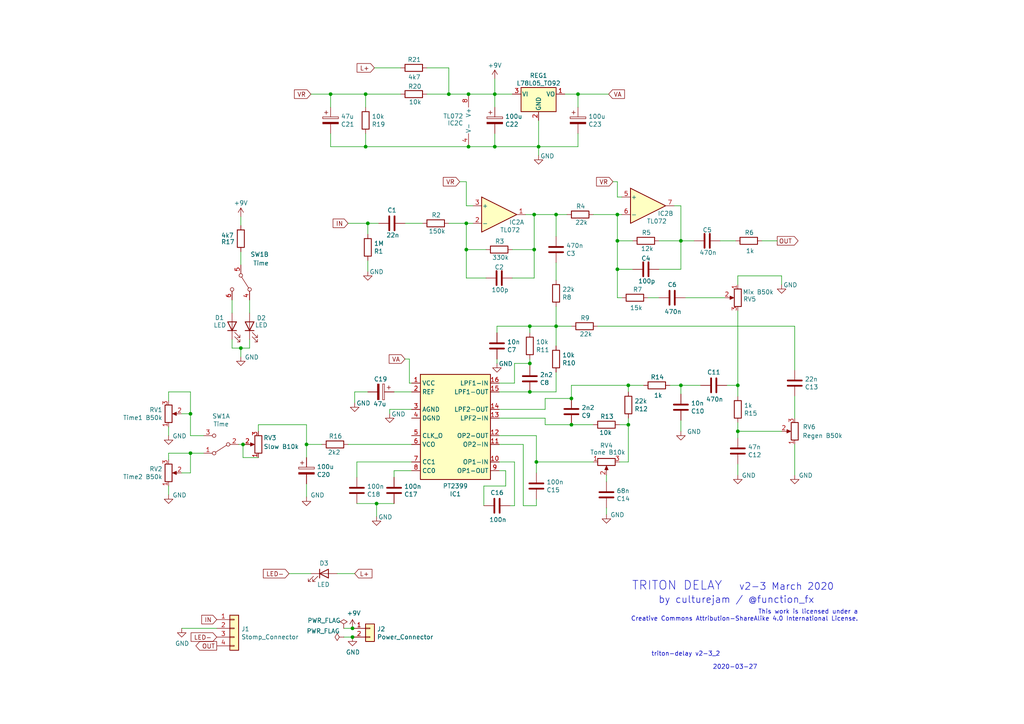
<source format=kicad_sch>
(kicad_sch (version 20211123) (generator eeschema)
  (paper "A4")
  (lib_symbols
    (symbol "Amplifier_Operational:TL072" (pin_names (offset 0.127))
      (property "Reference" "U" (at 0 5.08 0))
      (property "Value" "TL072" (at 0 -5.08 0))
      (symbol "TL072_1_1"
        (polyline (pts (xy -5.08 5.08) (xy 5.08 0) (xy -5.08 -5.08) (xy -5.08 5.08)) (stroke (width 0.254)) (fill (type background)))
        (pin output line (at 7.62 0 180) (length 2.54) (name "~") (number "1"))
        (pin input line (at -7.62 -2.54 0) (length 2.54) (name "-") (number "2"))
        (pin input line (at -7.62 2.54 0) (length 2.54) (name "+") (number "3"))
      )
      (symbol "TL072_2_1"
        (polyline (pts (xy -5.08 5.08) (xy 5.08 0) (xy -5.08 -5.08) (xy -5.08 5.08)) (stroke (width 0.254)) (fill (type background)))
        (pin input line (at -7.62 2.54 0) (length 2.54) (name "+") (number "5"))
        (pin input line (at -7.62 -2.54 0) (length 2.54) (name "-") (number "6"))
        (pin output line (at 7.62 0 180) (length 2.54) (name "~") (number "7"))
      )
      (symbol "TL072_3_1"
        (pin power_in line (at -2.54 -7.62 90) (length 3.81) (name "V-") (number "4"))
        (pin power_in line (at -2.54 7.62 270) (length 3.81) (name "V+") (number "8"))
      )
    )
    (symbol "Audio:PT2399"
      (property "Reference" "U" (at 0 17.78 0))
      (property "Value" "PT2399" (at 0 -17.78 0))
      (symbol "PT2399_0_1"
        (rectangle (start -10.16 15.24) (end 10.16 -15.24) (stroke (width 0.254)) (fill (type background)))
      )
      (symbol "PT2399_1_1"
        (pin power_in line (at -12.7 12.7 0) (length 2.54) (name "VCC") (number "1"))
        (pin input line (at 12.7 -10.16 180) (length 2.54) (name "OP1-IN") (number "10"))
        (pin input line (at 12.7 -5.08 180) (length 2.54) (name "OP2-IN") (number "11"))
        (pin output line (at 12.7 -2.54 180) (length 2.54) (name "OP2-OUT") (number "12"))
        (pin input line (at 12.7 2.54 180) (length 2.54) (name "LPF2-IN") (number "13"))
        (pin output line (at 12.7 5.08 180) (length 2.54) (name "LPF2-OUT") (number "14"))
        (pin output line (at 12.7 10.16 180) (length 2.54) (name "LPF1-OUT") (number "15"))
        (pin input line (at 12.7 12.7 180) (length 2.54) (name "LPF1-IN") (number "16"))
        (pin passive line (at -12.7 10.16 0) (length 2.54) (name "REF") (number "2"))
        (pin power_in line (at -12.7 5.08 0) (length 2.54) (name "AGND") (number "3"))
        (pin power_in line (at -12.7 2.54 0) (length 2.54) (name "DGND") (number "4"))
        (pin passive line (at -12.7 -2.54 0) (length 2.54) (name "CLK_O") (number "5"))
        (pin passive line (at -12.7 -5.08 0) (length 2.54) (name "VCO") (number "6"))
        (pin passive line (at -12.7 -10.16 0) (length 2.54) (name "CC1") (number "7"))
        (pin passive line (at -12.7 -12.7 0) (length 2.54) (name "CC0") (number "8"))
        (pin output line (at 12.7 -12.7 180) (length 2.54) (name "OP1-OUT") (number "9"))
      )
    )
    (symbol "Device:C" (pin_numbers hide) (pin_names (offset 0.254))
      (property "Reference" "C" (at 0.635 2.54 0))
      (property "Value" "C" (at 0.635 -2.54 0))
      (symbol "C_0_1"
        (polyline (pts (xy -2.032 -0.762) (xy 2.032 -0.762)) (stroke (width 0.508)))
        (polyline (pts (xy -2.032 0.762) (xy 2.032 0.762)) (stroke (width 0.508)))
      )
      (symbol "C_1_1"
        (pin passive line (at 0 3.81 270) (length 2.794) (name "~") (number "1"))
        (pin passive line (at 0 -3.81 90) (length 2.794) (name "~") (number "2"))
      )
    )
    (symbol "Device:CP" (pin_numbers hide) (pin_names (offset 0.254))
      (property "Reference" "C" (at 0.635 2.54 0))
      (property "Value" "Device_CP" (at 0.635 -2.54 0))
      (symbol "CP_0_1"
        (rectangle (start -2.286 0.508) (end 2.286 1.016))
        (polyline (pts (xy -1.778 2.286) (xy -0.762 2.286)))
        (polyline (pts (xy -1.27 2.794) (xy -1.27 1.778)))
        (rectangle (start 2.286 -0.508) (end -2.286 -1.016) (fill (type outline)))
      )
      (symbol "CP_1_1"
        (pin passive line (at 0 3.81 270) (length 2.794) (name "~") (number "1"))
        (pin passive line (at 0 -3.81 90) (length 2.794) (name "~") (number "2"))
      )
    )
    (symbol "Device:LED" (pin_numbers hide) (pin_names (offset 1.016) hide)
      (property "Reference" "D" (at 0 2.54 0))
      (property "Value" "LED" (at 0 -2.54 0))
      (symbol "LED_0_1"
        (polyline (pts (xy -1.27 -1.27) (xy -1.27 1.27)) (stroke (width 0.254)))
        (polyline (pts (xy -1.27 0) (xy 1.27 0)))
        (polyline (pts (xy 1.27 -1.27) (xy 1.27 1.27) (xy -1.27 0) (xy 1.27 -1.27)) (stroke (width 0.254)))
        (polyline (pts (xy -3.048 -0.762) (xy -4.572 -2.286) (xy -3.81 -2.286) (xy -4.572 -2.286) (xy -4.572 -1.524)))
        (polyline (pts (xy -1.778 -0.762) (xy -3.302 -2.286) (xy -2.54 -2.286) (xy -3.302 -2.286) (xy -3.302 -1.524)))
      )
      (symbol "LED_1_1"
        (pin passive line (at -3.81 0 0) (length 2.54) (name "K") (number "1"))
        (pin passive line (at 3.81 0 180) (length 2.54) (name "A") (number "2"))
      )
    )
    (symbol "Device:R" (pin_numbers hide) (pin_names (offset 0))
      (property "Reference" "R" (at 2.032 0 90))
      (property "Value" "R" (at 0 0 90))
      (symbol "R_0_1"
        (rectangle (start -1.016 -2.54) (end 1.016 2.54) (stroke (width 0.254)))
      )
      (symbol "R_1_1"
        (pin passive line (at 0 3.81 270) (length 1.27) (name "~") (number "1"))
        (pin passive line (at 0 -3.81 90) (length 1.27) (name "~") (number "2"))
      )
    )
    (symbol "Device:R_POT" (pin_names (offset 1.016) hide)
      (property "Reference" "RV" (at -4.445 0 90))
      (property "Value" "Device_R_POT" (at -2.54 0 90))
      (symbol "R_POT_0_1"
        (polyline (pts (xy 2.54 0) (xy 1.524 0)))
        (polyline (pts (xy 1.143 0) (xy 2.286 0.508) (xy 2.286 -0.508) (xy 1.143 0)) (fill (type outline)))
        (rectangle (start 1.016 2.54) (end -1.016 -2.54) (stroke (width 0.254)))
      )
      (symbol "R_POT_1_1"
        (pin passive line (at 0 3.81 270) (length 1.27) (name "1") (number "1"))
        (pin passive line (at 3.81 0 180) (length 1.27) (name "2") (number "2"))
        (pin passive line (at 0 -3.81 90) (length 1.27) (name "3") (number "3"))
      )
    )
    (symbol "Regulator_Linear:L78L05_TO92" (pin_names (offset 0.254))
      (property "Reference" "U" (at -3.81 3.175 0))
      (property "Value" "L78L05_TO92" (at 0 3.175 0))
      (symbol "L78L05_TO92_0_1"
        (rectangle (start -5.08 -5.08) (end 5.08 1.905) (stroke (width 0.254)) (fill (type background)))
      )
      (symbol "L78L05_TO92_1_1"
        (pin power_out line (at 7.62 0 180) (length 2.54) (name "VO") (number "1"))
        (pin power_in line (at 0 -7.62 90) (length 2.54) (name "GND") (number "2"))
        (pin power_in line (at -7.62 0 0) (length 2.54) (name "VI") (number "3"))
      )
    )
    (symbol "Switch:SW_DPDT_x2" (pin_names (offset 0) hide)
      (property "Reference" "SW" (at 0 4.318 0))
      (property "Value" "SW_DPDT_x2" (at 0 -5.08 0))
      (symbol "SW_DPDT_x2_0_0"
        (circle (center -2.032 0) (radius 0.508))
        (circle (center 2.032 -2.54) (radius 0.508))
      )
      (symbol "SW_DPDT_x2_0_1"
        (polyline (pts (xy -1.524 0.254) (xy 1.651 2.286)))
        (circle (center 2.032 2.54) (radius 0.508))
      )
      (symbol "SW_DPDT_x2_1_1"
        (pin passive line (at 5.08 2.54 180) (length 2.54) (name "A") (number "1"))
        (pin passive line (at -5.08 0 0) (length 2.54) (name "B") (number "2"))
        (pin passive line (at 5.08 -2.54 180) (length 2.54) (name "C") (number "3"))
      )
      (symbol "SW_DPDT_x2_2_1"
        (pin passive line (at 5.08 2.54 180) (length 2.54) (name "A") (number "4"))
        (pin passive line (at -5.08 0 0) (length 2.54) (name "B") (number "5"))
        (pin passive line (at 5.08 -2.54 180) (length 2.54) (name "C") (number "6"))
      )
    )
    (symbol "power:+9V" (power) (pin_names (offset 0))
      (property "Value" "+9V" (at 0 3.556 0))
      (symbol "+9V_0_1"
        (polyline (pts (xy -0.762 1.27) (xy 0 2.54)))
        (polyline (pts (xy 0 0) (xy 0 2.54)))
        (polyline (pts (xy 0 2.54) (xy 0.762 1.27)))
      )
      (symbol "+9V_1_1"
        (pin power_in line (at 0 0 90) (length 0) hide (name "+9V") (number "1"))
      )
    )
    (symbol "power:GND" (power) (pin_names (offset 0))
      (property "Value" "GND" (at 0 -3.81 0))
      (symbol "GND_0_1"
        (polyline (pts (xy 0 0) (xy 0 -1.27) (xy 1.27 -1.27) (xy 0 -2.54) (xy -1.27 -1.27) (xy 0 -1.27)))
      )
      (symbol "GND_1_1"
        (pin power_in line (at 0 0 270) (length 0) hide (name "GND") (number "1"))
      )
    )
    (symbol "power:PWR_FLAG" (power) (pin_numbers hide) (pin_names (offset 0) hide)
      (property "Value" "PWR_FLAG" (at 0 3.81 0))
      (symbol "PWR_FLAG_0_0"
        (pin power_out line (at 0 0 90) (length 0) (name "pwr") (number "1"))
      )
      (symbol "PWR_FLAG_0_1"
        (polyline (pts (xy 0 0) (xy 0 1.27) (xy -1.016 1.905) (xy 0 2.54) (xy 1.016 1.905) (xy 0 1.27)))
      )
    )
    (symbol "rockola_kicad_symbols:Power_Connector" (pin_names (offset 1.016) hide)
      (property "Reference" "J" (at 0 2.54 0))
      (property "Value" "rockola_kicad_symbols_Power_Connector" (at 0 -5.08 0))
      (symbol "Power_Connector_1_1"
        (rectangle (start -1.27 -2.413) (end 0 -2.667) (stroke (width 0.1524)))
        (rectangle (start -1.27 0.127) (end 0 -0.127) (stroke (width 0.1524)))
        (rectangle (start -1.27 1.27) (end 1.27 -3.81) (stroke (width 0.254)) (fill (type background)))
        (pin passive line (at -5.08 0 0) (length 3.81) (name "PWR") (number "1"))
        (pin passive line (at -5.08 -2.54 0) (length 3.81) (name "GND") (number "2"))
      )
    )
    (symbol "rockola_kicad_symbols:Stomp_Connector" (pin_names (offset 1.016) hide)
      (property "Reference" "J" (at 0 5.08 0))
      (property "Value" "rockola_kicad_symbols_Stomp_Connector" (at 0 -7.62 0))
      (symbol "Stomp_Connector_1_1"
        (rectangle (start -1.27 -4.953) (end 0 -5.207) (stroke (width 0.1524)))
        (rectangle (start -1.27 -2.413) (end 0 -2.667) (stroke (width 0.1524)))
        (rectangle (start -1.27 0.127) (end 0 -0.127) (stroke (width 0.1524)))
        (rectangle (start -1.27 2.667) (end 0 2.413) (stroke (width 0.1524)))
        (rectangle (start -1.27 3.81) (end 1.27 -6.35) (stroke (width 0.254)) (fill (type background)))
        (pin passive line (at -5.08 2.54 0) (length 3.81) (name "IN") (number "1"))
        (pin passive line (at -5.08 0 0) (length 3.81) (name "GND") (number "2"))
        (pin passive line (at -5.08 -2.54 0) (length 3.81) (name "SW") (number "3"))
        (pin passive line (at -5.08 -5.08 0) (length 3.81) (name "OUT") (number "4"))
      )
    )
  )
  (junction (at 179.07 78.105))
  (junction (at 197.485 69.85))
  (junction (at 154.94 72.39))
  (junction (at 182.245 111.76))
  (junction (at 135.255 72.39))
  (junction (at 179.07 62.23))
  (junction (at 135.89 27.305))
  (junction (at 153.67 94.615))
  (junction (at 213.995 111.76))
  (junction (at 153.67 105.41))
  (junction (at 70.485 128.905))
  (junction (at 182.245 123.19))
  (junction (at 102.235 184.785))
  (junction (at 135.89 42.545))
  (junction (at 161.29 62.23))
  (junction (at 153.67 113.665))
  (junction (at 165.735 115.57))
  (junction (at 156.21 42.545))
  (junction (at 143.51 27.305))
  (junction (at 55.245 131.445))
  (junction (at 69.85 100.965))
  (junction (at 155.575 133.985))
  (junction (at 95.885 27.305))
  (junction (at 161.29 94.615))
  (junction (at 154.94 62.23))
  (junction (at 55.245 120.015))
  (junction (at 143.51 42.545))
  (junction (at 197.485 111.76))
  (junction (at 106.045 42.545))
  (junction (at 179.07 69.85))
  (junction (at 130.175 27.305))
  (junction (at 165.735 123.19))
  (junction (at 213.995 125.095))
  (junction (at 88.9 128.905))
  (junction (at 106.045 27.305))
  (junction (at 102.235 182.245))
  (junction (at 109.22 146.05))
  (junction (at 106.68 64.77))
  (junction (at 135.255 64.77))
  (junction (at 167.64 27.305))
  (wire (pts (xy 179.705 133.985) (xy 182.245 133.985)))
  (wire (pts (xy 182.245 113.665) (xy 182.245 111.76)))
  (wire (pts (xy 153.67 113.665) (xy 161.29 113.665)))
  (wire (pts (xy 147.955 146.685) (xy 149.225 146.685)))
  (wire (pts (xy 167.64 42.545) (xy 156.21 42.545)))
  (wire (pts (xy 88.9 123.19) (xy 88.9 128.905)))
  (wire (pts (xy 83.82 166.37) (xy 90.17 166.37)))
  (wire (pts (xy 143.51 22.86) (xy 143.51 27.305)))
  (wire (pts (xy 123.825 19.685) (xy 130.175 19.685)))
  (wire (pts (xy 179.07 57.15) (xy 180.34 57.15)))
  (wire (pts (xy 106.045 27.305) (xy 106.045 31.115)))
  (wire (pts (xy 95.885 27.305) (xy 106.045 27.305)))
  (wire (pts (xy 161.29 94.615) (xy 161.29 100.33)))
  (wire (pts (xy 109.22 146.05) (xy 114.3 146.05)))
  (wire (pts (xy 103.505 133.985) (xy 119.38 133.985)))
  (wire (pts (xy 152.4 62.23) (xy 154.94 62.23)))
  (wire (pts (xy 175.895 147.32) (xy 175.895 149.225)))
  (wire (pts (xy 72.39 86.995) (xy 72.39 90.805)))
  (wire (pts (xy 103.505 138.43) (xy 103.505 133.985)))
  (wire (pts (xy 69.215 128.905) (xy 70.485 128.905)))
  (wire (pts (xy 118.745 111.125) (xy 119.38 111.125)))
  (wire (pts (xy 158.115 121.285) (xy 158.115 123.19)))
  (wire (pts (xy 88.9 140.335) (xy 88.9 144.145)))
  (wire (pts (xy 106.68 64.77) (xy 109.855 64.77)))
  (wire (pts (xy 149.225 146.685) (xy 149.225 133.985)))
  (wire (pts (xy 52.705 137.16) (xy 55.245 137.16)))
  (wire (pts (xy 154.94 62.23) (xy 161.29 62.23)))
  (wire (pts (xy 135.255 64.77) (xy 137.16 64.77)))
  (wire (pts (xy 135.89 27.305) (xy 143.51 27.305)))
  (wire (pts (xy 165.735 94.615) (xy 161.29 94.615)))
  (wire (pts (xy 155.575 126.365) (xy 144.78 126.365)))
  (wire (pts (xy 113.03 120.015) (xy 113.03 118.745)))
  (wire (pts (xy 143.51 27.305) (xy 148.59 27.305)))
  (wire (pts (xy 108.585 19.685) (xy 116.205 19.685)))
  (wire (pts (xy 167.64 27.305) (xy 163.83 27.305)))
  (wire (pts (xy 69.85 100.965) (xy 72.39 100.965)))
  (wire (pts (xy 144.78 128.905) (xy 151.765 128.905)))
  (wire (pts (xy 197.485 111.76) (xy 203.2 111.76)))
  (wire (pts (xy 161.29 62.23) (xy 164.465 62.23)))
  (wire (pts (xy 135.255 72.39) (xy 135.255 64.77)))
  (wire (pts (xy 155.575 137.16) (xy 155.575 133.985)))
  (wire (pts (xy 144.78 118.745) (xy 158.115 118.745)))
  (wire (pts (xy 179.07 86.36) (xy 179.07 78.105)))
  (wire (pts (xy 167.64 38.735) (xy 167.64 42.545)))
  (wire (pts (xy 55.245 120.015) (xy 52.705 120.015)))
  (wire (pts (xy 48.895 113.665) (xy 55.245 113.665)))
  (wire (pts (xy 153.67 94.615) (xy 161.29 94.615)))
  (wire (pts (xy 123.825 27.305) (xy 130.175 27.305)))
  (wire (pts (xy 118.745 104.14) (xy 118.745 111.125)))
  (wire (pts (xy 106.045 42.545) (xy 135.89 42.545)))
  (wire (pts (xy 167.64 31.115) (xy 167.64 27.305)))
  (wire (pts (xy 135.255 59.69) (xy 137.16 59.69)))
  (wire (pts (xy 213.995 80.01) (xy 213.995 82.55)))
  (wire (pts (xy 135.255 52.705) (xy 135.255 59.69)))
  (wire (pts (xy 149.225 133.985) (xy 144.78 133.985)))
  (wire (pts (xy 161.29 94.615) (xy 161.29 88.9)))
  (wire (pts (xy 135.255 72.39) (xy 140.97 72.39)))
  (wire (pts (xy 230.505 114.935) (xy 230.505 121.285)))
  (wire (pts (xy 72.39 100.965) (xy 72.39 98.425)))
  (wire (pts (xy 99.695 182.245) (xy 102.235 182.245)))
  (wire (pts (xy 114.3 113.665) (xy 119.38 113.665)))
  (wire (pts (xy 183.515 78.105) (xy 179.07 78.105)))
  (wire (pts (xy 179.07 69.85) (xy 179.07 62.23)))
  (wire (pts (xy 48.895 116.205) (xy 48.895 113.665)))
  (wire (pts (xy 148.59 72.39) (xy 154.94 72.39)))
  (wire (pts (xy 74.93 132.715) (xy 70.485 132.715)))
  (wire (pts (xy 172.085 62.23) (xy 179.07 62.23)))
  (wire (pts (xy 158.115 123.19) (xy 165.735 123.19)))
  (wire (pts (xy 113.03 118.745) (xy 119.38 118.745)))
  (wire (pts (xy 67.31 86.995) (xy 67.31 90.805)))
  (wire (pts (xy 155.575 133.985) (xy 155.575 126.365)))
  (wire (pts (xy 117.475 104.14) (xy 118.745 104.14)))
  (wire (pts (xy 197.485 111.76) (xy 194.31 111.76)))
  (wire (pts (xy 106.045 38.735) (xy 106.045 42.545)))
  (wire (pts (xy 179.07 52.705) (xy 179.07 57.15)))
  (wire (pts (xy 220.98 69.85) (xy 225.425 69.85)))
  (wire (pts (xy 213.995 122.555) (xy 213.995 125.095)))
  (wire (pts (xy 99.695 184.785) (xy 102.235 184.785)))
  (wire (pts (xy 156.21 34.925) (xy 156.21 42.545)))
  (wire (pts (xy 179.07 62.23) (xy 180.34 62.23)))
  (wire (pts (xy 155.575 133.985) (xy 172.085 133.985)))
  (wire (pts (xy 140.97 80.645) (xy 135.255 80.645)))
  (wire (pts (xy 70.485 128.905) (xy 71.12 128.905)))
  (wire (pts (xy 226.695 82.55) (xy 226.695 80.01)))
  (wire (pts (xy 74.93 125.095) (xy 74.93 123.19)))
  (wire (pts (xy 151.765 128.905) (xy 151.765 146.685)))
  (wire (pts (xy 100.965 128.905) (xy 119.38 128.905)))
  (wire (pts (xy 165.735 111.76) (xy 165.735 115.57)))
  (wire (pts (xy 146.685 136.525) (xy 144.78 136.525)))
  (wire (pts (xy 144.78 111.125) (xy 149.225 111.125)))
  (wire (pts (xy 213.995 111.76) (xy 213.995 114.935)))
  (wire (pts (xy 161.29 62.23) (xy 161.29 68.58)))
  (wire (pts (xy 55.245 131.445) (xy 59.055 131.445)))
  (wire (pts (xy 180.34 86.36) (xy 179.07 86.36)))
  (wire (pts (xy 143.51 42.545) (xy 156.21 42.545)))
  (wire (pts (xy 144.145 104.14) (xy 144.145 105.41)))
  (wire (pts (xy 106.68 75.565) (xy 106.68 78.74)))
  (wire (pts (xy 153.67 104.14) (xy 153.67 105.41)))
  (wire (pts (xy 116.205 27.305) (xy 106.045 27.305)))
  (wire (pts (xy 67.31 100.965) (xy 69.85 100.965)))
  (wire (pts (xy 179.07 78.105) (xy 179.07 69.85)))
  (wire (pts (xy 179.705 123.19) (xy 182.245 123.19)))
  (wire (pts (xy 154.94 80.645) (xy 148.59 80.645)))
  (wire (pts (xy 182.245 123.19) (xy 182.245 121.285)))
  (wire (pts (xy 70.485 132.715) (xy 70.485 128.905)))
  (wire (pts (xy 130.175 64.77) (xy 135.255 64.77)))
  (wire (pts (xy 55.245 113.665) (xy 55.245 120.015)))
  (wire (pts (xy 102.87 113.665) (xy 106.68 113.665)))
  (wire (pts (xy 59.055 126.365) (xy 55.245 126.365)))
  (wire (pts (xy 197.485 69.85) (xy 201.295 69.85)))
  (wire (pts (xy 197.485 121.92) (xy 197.485 125.095)))
  (wire (pts (xy 149.225 105.41) (xy 153.67 105.41)))
  (wire (pts (xy 74.93 123.19) (xy 88.9 123.19)))
  (wire (pts (xy 143.51 38.735) (xy 143.51 42.545)))
  (wire (pts (xy 114.3 136.525) (xy 119.38 136.525)))
  (wire (pts (xy 158.115 118.745) (xy 158.115 115.57)))
  (wire (pts (xy 213.995 111.76) (xy 210.82 111.76)))
  (wire (pts (xy 144.145 94.615) (xy 153.67 94.615)))
  (wire (pts (xy 197.485 69.85) (xy 191.135 69.85)))
  (wire (pts (xy 197.485 114.3) (xy 197.485 111.76)))
  (wire (pts (xy 153.67 105.41) (xy 153.67 106.045)))
  (wire (pts (xy 67.31 98.425) (xy 67.31 100.965)))
  (wire (pts (xy 154.94 72.39) (xy 154.94 80.645)))
  (wire (pts (xy 95.885 38.735) (xy 95.885 42.545)))
  (wire (pts (xy 133.35 52.705) (xy 135.255 52.705)))
  (wire (pts (xy 230.505 128.905) (xy 230.505 137.795)))
  (wire (pts (xy 90.17 27.305) (xy 95.885 27.305)))
  (wire (pts (xy 230.505 94.615) (xy 173.355 94.615)))
  (wire (pts (xy 95.885 31.115) (xy 95.885 27.305)))
  (wire (pts (xy 130.175 19.685) (xy 130.175 27.305)))
  (wire (pts (xy 102.87 116.84) (xy 102.87 113.665)))
  (wire (pts (xy 161.29 113.665) (xy 161.29 107.95)))
  (wire (pts (xy 197.485 59.69) (xy 197.485 69.85)))
  (wire (pts (xy 117.475 64.77) (xy 122.555 64.77)))
  (wire (pts (xy 130.175 27.305) (xy 135.89 27.305)))
  (wire (pts (xy 48.895 123.825) (xy 48.895 126.365)))
  (wire (pts (xy 97.79 166.37) (xy 102.87 166.37)))
  (wire (pts (xy 177.8 52.705) (xy 179.07 52.705)))
  (wire (pts (xy 52.705 182.245) (xy 62.865 182.245)))
  (wire (pts (xy 55.245 126.365) (xy 55.245 120.015)))
  (wire (pts (xy 158.115 115.57) (xy 165.735 115.57)))
  (wire (pts (xy 195.58 59.69) (xy 197.485 59.69)))
  (wire (pts (xy 144.78 113.665) (xy 153.67 113.665)))
  (wire (pts (xy 161.29 76.2) (xy 161.29 81.28)))
  (wire (pts (xy 155.575 146.685) (xy 155.575 144.78)))
  (wire (pts (xy 144.78 121.285) (xy 158.115 121.285)))
  (wire (pts (xy 48.895 140.97) (xy 48.895 143.51)))
  (wire (pts (xy 165.735 123.19) (xy 172.085 123.19)))
  (wire (pts (xy 213.995 90.17) (xy 213.995 111.76)))
  (wire (pts (xy 213.995 125.095) (xy 226.695 125.095)))
  (wire (pts (xy 69.85 100.965) (xy 69.85 103.505)))
  (wire (pts (xy 208.915 69.85) (xy 213.36 69.85)))
  (wire (pts (xy 226.695 80.01) (xy 213.995 80.01)))
  (wire (pts (xy 88.9 128.905) (xy 93.345 128.905)))
  (wire (pts (xy 95.885 42.545) (xy 106.045 42.545)))
  (wire (pts (xy 175.895 137.795) (xy 175.895 139.7)))
  (wire (pts (xy 48.895 131.445) (xy 55.245 131.445)))
  (wire (pts (xy 167.64 27.305) (xy 176.53 27.305)))
  (wire (pts (xy 154.94 62.23) (xy 154.94 72.39)))
  (wire (pts (xy 114.3 138.43) (xy 114.3 136.525)))
  (wire (pts (xy 140.335 146.685) (xy 140.335 140.97)))
  (wire (pts (xy 106.68 67.945) (xy 106.68 64.77)))
  (wire (pts (xy 103.505 146.05) (xy 109.22 146.05)))
  (wire (pts (xy 149.225 111.125) (xy 149.225 105.41)))
  (wire (pts (xy 100.965 64.77) (xy 106.68 64.77)))
  (wire (pts (xy 153.67 96.52) (xy 153.67 94.615)))
  (wire (pts (xy 156.21 42.545) (xy 156.21 45.085)))
  (wire (pts (xy 69.85 62.865) (xy 69.85 65.405)))
  (wire (pts (xy 191.135 78.105) (xy 197.485 78.105)))
  (wire (pts (xy 182.245 133.985) (xy 182.245 123.19)))
  (wire (pts (xy 48.895 133.35) (xy 48.895 131.445)))
  (wire (pts (xy 213.995 125.095) (xy 213.995 127)))
  (wire (pts (xy 151.765 146.685) (xy 155.575 146.685)))
  (wire (pts (xy 198.755 86.36) (xy 210.185 86.36)))
  (wire (pts (xy 109.22 146.05) (xy 109.22 149.86)))
  (wire (pts (xy 135.89 42.545) (xy 143.51 42.545)))
  (wire (pts (xy 55.245 137.16) (xy 55.245 131.445)))
  (wire (pts (xy 144.145 96.52) (xy 144.145 94.615)))
  (wire (pts (xy 187.96 86.36) (xy 191.135 86.36)))
  (wire (pts (xy 140.335 140.97) (xy 146.685 140.97)))
  (wire (pts (xy 88.9 132.715) (xy 88.9 128.905)))
  (wire (pts (xy 143.51 31.115) (xy 143.51 27.305)))
  (wire (pts (xy 230.505 107.315) (xy 230.505 94.615)))
  (wire (pts (xy 135.255 80.645) (xy 135.255 72.39)))
  (wire (pts (xy 183.515 69.85) (xy 179.07 69.85)))
  (wire (pts (xy 197.485 78.105) (xy 197.485 69.85)))
  (wire (pts (xy 213.995 134.62) (xy 213.995 137.795)))
  (wire (pts (xy 182.245 111.76) (xy 186.69 111.76)))
  (wire (pts (xy 182.245 111.76) (xy 165.735 111.76)))
  (wire (pts (xy 69.85 73.025) (xy 69.85 76.835)))
  (wire (pts (xy 146.685 140.97) (xy 146.685 136.525)))
  (text "2020-03-27" (at 219.71 194.31 180) (effects (font (size 1.27 1.27)) (justify right bottom)))
  (text "by culturejam / @function_fx" (at 236.22 175.26 180) (effects (font (size 2.0066 2.0066)) (justify right bottom)))
  (text "TRITON DELAY" (at 209.55 171.45 180) (effects (font (size 2.54 2.54)) (justify right bottom)))
  (text "triton-delay v2-3_2" (at 208.915 190.5 180) (effects (font (size 1.27 1.27)) (justify right bottom)))
  (text "v2-3 March 2020" (at 241.935 171.45 180) (effects (font (size 2.0066 2.0066)) (justify right bottom)))
  (text "This work is licensed under a\nCreative Commons Attribution-ShareAlike 4.0 International License." (at 248.92 180.34 0) (effects (font (size 1.27 1.27)) (justify right bottom)))
  (global_label "OUT" (shape output) (at 225.425 69.85 0) (property "Intersheet References" "${INTERSHEET_REFS}" (effects hide)))
  (global_label "VA" (shape input) (at 117.475 104.14 180) (property "Intersheet References" "${INTERSHEET_REFS}" (effects hide)))
  (global_label "IN" (shape input) (at 100.965 64.77 180) (property "Intersheet References" "${INTERSHEET_REFS}" (effects hide)))
  (global_label "LED-" (shape input) (at 62.865 184.785 180) (property "Intersheet References" "${INTERSHEET_REFS}" (effects hide)))
  (global_label "L+" (shape input) (at 108.585 19.685 180) (property "Intersheet References" "${INTERSHEET_REFS}" (effects hide)))
  (global_label "L+" (shape input) (at 102.87 166.37 0) (property "Intersheet References" "${INTERSHEET_REFS}" (effects hide)))
  (global_label "VR" (shape input) (at 133.35 52.705 180) (property "Intersheet References" "${INTERSHEET_REFS}" (effects hide)))
  (global_label "VA" (shape input) (at 176.53 27.305 0) (property "Intersheet References" "${INTERSHEET_REFS}" (effects hide)))
  (global_label "IN" (shape input) (at 62.865 179.705 180) (property "Intersheet References" "${INTERSHEET_REFS}" (effects hide)))
  (global_label "VR" (shape input) (at 177.8 52.705 180) (property "Intersheet References" "${INTERSHEET_REFS}" (effects hide)))
  (global_label "LED-" (shape input) (at 83.82 166.37 180) (property "Intersheet References" "${INTERSHEET_REFS}" (effects hide)))
  (global_label "VR" (shape input) (at 90.17 27.305 180) (property "Intersheet References" "${INTERSHEET_REFS}" (effects hide)))
  (global_label "OUT" (shape output) (at 62.865 187.325 180) (property "Intersheet References" "${INTERSHEET_REFS}" (effects hide)))
  (symbol (lib_id "rockola_kicad_symbols:Stomp_Connector") (at 67.945 182.245 0) (unit 1)
    (property "Reference" "J1" (at 69.977 182.4482 0) (effects (justify left)))
    (property "Value" "Stomp_Connector" (at 69.977 184.7596 0) (effects (justify left)))
    (property "Footprint" "rockola_kicad_footprints:Stomp_4pin" (effects hide))
  )
  (symbol (lib_id "power:GND") (at 52.705 182.245 0) (unit 1)
    (property "Reference" "#PWR01" (effects hide))
    (property "Value" "GND" (at 52.832 186.6392 0))
  )
  (symbol (lib_id "rockola_kicad_symbols:Power_Connector") (at 107.315 182.245 0) (unit 1)
    (property "Reference" "J2" (at 109.347 182.4482 0) (effects (justify left)))
    (property "Value" "Power_Connector" (at 109.347 184.7596 0) (effects (justify left)))
    (property "Footprint" "rockola_kicad_footprints:Power_Header_2pin" (effects hide))
  )
  (symbol (lib_id "power:+9V") (at 102.235 182.245 0) (unit 1)
    (property "Reference" "#PWR02" (effects hide))
    (property "Value" "+9V" (at 102.616 177.8508 0))
  )
  (symbol (lib_id "power:GND") (at 102.235 184.785 0) (unit 1)
    (property "Reference" "#PWR03" (effects hide))
    (property "Value" "GND" (at 102.362 189.1792 0))
  )
  (symbol (lib_id "power:PWR_FLAG") (at 99.695 184.785 90) (unit 1)
    (property "Reference" "#FLG02" (effects hide))
    (property "Value" "PWR_FLAG" (at 98.5774 183.0324 90) (effects (justify left)))
  )
  (symbol (lib_id "power:PWR_FLAG") (at 99.695 182.245 0) (unit 1)
    (property "Reference" "#FLG01" (effects hide))
    (property "Value" "PWR_FLAG" (at 93.98 179.9844 0))
  )
  (symbol (lib_id "Regulator_Linear:L78L05_TO92") (at 156.21 27.305 0) (unit 1)
    (property "Reference" "REG1" (at 156.21 21.9202 0))
    (property "Value" "L78L05_TO92" (at 156.21 24.1554 0))
    (property "Footprint" "Package_TO_SOT_THT:TO-92_Inline" (effects hide))
    (property "Datasheet" "http://www.st.com/content/ccc/resource/technical/document/datasheet/15/55/e5/aa/23/5b/43/fd/CD00000446.pdf/files/CD00000446.pdf/jcr:content/translations/en.CD00000446.pdf" (effects hide))
  )
  (symbol (lib_id "Device:CP") (at 167.64 34.925 0) (unit 1)
    (property "Reference" "C23" (at 170.6372 36.068 0) (effects (justify left)))
    (property "Value" "100u" (at 170.6372 33.782 0) (effects (justify left)))
    (property "Footprint" "Capacitor_THT:CP_Radial_D6.3mm_P2.50mm" (effects hide))
  )
  (symbol (lib_id "power:GND") (at 156.21 45.085 0) (unit 1)
    (property "Reference" "#PWR015" (effects hide))
    (property "Value" "GND" (at 158.75 45.2628 0))
  )
  (symbol (lib_id "Device:CP") (at 143.51 34.925 0) (unit 1)
    (property "Reference" "C22" (at 146.5072 36.068 0) (effects (justify left)))
    (property "Value" "100u" (at 146.5072 33.782 0) (effects (justify left)))
    (property "Footprint" "Capacitor_THT:CP_Radial_D6.3mm_P2.50mm" (effects hide))
  )
  (symbol (lib_id "Device:R") (at 120.015 27.305 90) (unit 1)
    (property "Reference" "R20" (at 120.3198 25.0698 90))
    (property "Value" "10k" (at 120.396 29.591 90))
    (property "Footprint" "rockola_kicad_footprints:R_DIN0207" (effects hide))
  )
  (symbol (lib_id "Device:R") (at 106.045 34.925 0) (unit 1)
    (property "Reference" "R19" (at 107.823 36.068 0) (effects (justify left)))
    (property "Value" "10k" (at 107.823 33.782 0) (effects (justify left)))
    (property "Footprint" "rockola_kicad_footprints:R_DIN0207" (effects hide))
  )
  (symbol (lib_id "power:+9V") (at 143.51 22.86 0) (unit 1)
    (property "Reference" "#PWR013" (effects hide))
    (property "Value" "+9V" (at 143.51 18.9738 0))
  )
  (symbol (lib_id "Device:R") (at 120.015 19.685 90) (unit 1)
    (property "Reference" "R21" (at 120.1674 17.2974 90))
    (property "Value" "4k7" (at 120.1674 22.3774 90))
    (property "Footprint" "rockola_kicad_footprints:R_DIN0207" (effects hide))
  )
  (symbol (lib_id "Amplifier_Operational:TL072") (at 144.78 62.23 0) (unit 1)
    (property "Reference" "IC2" (at 149.86 64.4652 0))
    (property "Value" "TL072" (at 147.955 66.7004 0))
    (property "Footprint" "Package_DIP:DIP-8_W7.62mm_Socket" (effects hide))
    (property "Datasheet" "http://www.ti.com/lit/ds/symlink/tl071.pdf" (effects hide))
  )
  (symbol (lib_id "Amplifier_Operational:TL072") (at 187.96 59.69 0) (unit 2)
    (property "Reference" "IC2" (at 193.04 61.9252 0))
    (property "Value" "TL072" (at 190.5 64.1604 0))
    (property "Footprint" "Package_DIP:DIP-8_W7.62mm_Socket" (effects hide))
    (property "Datasheet" "http://www.ti.com/lit/ds/symlink/tl071.pdf" (effects hide))
  )
  (symbol (lib_id "Amplifier_Operational:TL072") (at 138.43 34.925 0) (unit 3)
    (property "Reference" "IC2" (at 132.08 35.7124 0))
    (property "Value" "TL072" (at 131.445 33.6804 0))
    (property "Footprint" "Package_DIP:DIP-8_W7.62mm_Socket" (effects hide))
    (property "Datasheet" "http://www.ti.com/lit/ds/symlink/tl071.pdf" (effects hide))
  )
  (symbol (lib_id "Device:CP") (at 95.885 34.925 0) (unit 1)
    (property "Reference" "C21" (at 98.8822 36.068 0) (effects (justify left)))
    (property "Value" "47u" (at 98.8822 33.782 0) (effects (justify left)))
    (property "Footprint" "Capacitor_THT:CP_Radial_D6.3mm_P2.50mm" (effects hide))
  )
  (symbol (lib_id "Device:R") (at 144.78 72.39 90) (unit 1)
    (property "Reference" "R3" (at 144.9324 70.0024 90))
    (property "Value" "330k" (at 145.161 74.676 90))
    (property "Footprint" "rockola_kicad_footprints:R_DIN0207" (effects hide))
  )
  (symbol (lib_id "Device:C") (at 144.78 80.645 90) (unit 1)
    (property "Reference" "C2" (at 144.8054 77.4954 90))
    (property "Value" "100p" (at 145.034 84.074 90))
    (property "Footprint" "rockola_kicad_footprints:C_Box_7.2_2.5" (effects hide))
  )
  (symbol (lib_id "Device:R") (at 126.365 64.77 90) (unit 1)
    (property "Reference" "R2" (at 126.5174 62.3824 90))
    (property "Value" "150k" (at 126.746 67.056 90))
    (property "Footprint" "rockola_kicad_footprints:R_DIN0207" (effects hide))
  )
  (symbol (lib_id "Device:C") (at 113.665 64.77 90) (unit 1)
    (property "Reference" "C1" (at 113.6904 60.9854 90))
    (property "Value" "22n" (at 113.919 68.199 90))
    (property "Footprint" "rockola_kicad_footprints:C_Box_7.2_2.5" (effects hide))
  )
  (symbol (lib_id "Device:R") (at 106.68 71.755 0) (unit 1)
    (property "Reference" "R1" (at 108.458 72.898 0) (effects (justify left)))
    (property "Value" "1M" (at 108.458 70.612 0) (effects (justify left)))
    (property "Footprint" "rockola_kicad_footprints:R_DIN0207" (effects hide))
  )
  (symbol (lib_id "power:GND") (at 106.68 78.74 0) (unit 1)
    (property "Reference" "#PWR010" (effects hide))
    (property "Value" "GND" (at 109.22 78.8416 0))
  )
  (symbol (lib_id "Device:R") (at 168.275 62.23 90) (unit 1)
    (property "Reference" "R4" (at 168.4274 59.8424 90))
    (property "Value" "22k" (at 168.656 64.516 90))
    (property "Footprint" "rockola_kicad_footprints:R_DIN0207" (effects hide))
  )
  (symbol (lib_id "Device:C") (at 161.29 72.39 0) (unit 1)
    (property "Reference" "C3" (at 164.211 73.533 0) (effects (justify left)))
    (property "Value" "470n" (at 164.211 71.247 0) (effects (justify left)))
    (property "Footprint" "rockola_kicad_footprints:C_Box_7.2_4.5" (effects hide))
  )
  (symbol (lib_id "Device:R") (at 161.29 85.09 0) (unit 1)
    (property "Reference" "R8" (at 163.068 86.233 0) (effects (justify left)))
    (property "Value" "22k" (at 163.068 83.947 0) (effects (justify left)))
    (property "Footprint" "rockola_kicad_footprints:R_DIN0207" (effects hide))
  )
  (symbol (lib_id "Device:R") (at 187.325 69.85 90) (unit 1)
    (property "Reference" "R5" (at 187.4774 67.4624 90))
    (property "Value" "12k" (at 187.706 72.136 90))
    (property "Footprint" "rockola_kicad_footprints:R_DIN0207" (effects hide))
  )
  (symbol (lib_id "Device:C") (at 187.325 78.105 90) (unit 1)
    (property "Reference" "C4" (at 187.3504 74.9554 90))
    (property "Value" "100p" (at 187.579 81.534 90))
    (property "Footprint" "rockola_kicad_footprints:C_Box_7.2_2.5" (effects hide))
  )
  (symbol (lib_id "Device:C") (at 205.105 69.85 90) (unit 1)
    (property "Reference" "C5" (at 205.1304 66.7004 90))
    (property "Value" "470n" (at 205.359 73.279 90))
    (property "Footprint" "rockola_kicad_footprints:C_Box_7.2_4.5" (effects hide))
  )
  (symbol (lib_id "Device:R") (at 217.17 69.85 90) (unit 1)
    (property "Reference" "R6" (at 217.3224 67.4624 90))
    (property "Value" "1k" (at 217.551 72.771 90))
    (property "Footprint" "rockola_kicad_footprints:R_DIN0207" (effects hide))
  )
  (symbol (lib_id "Device:R") (at 184.15 86.36 90) (unit 1)
    (property "Reference" "R7" (at 184.9374 83.9724 90))
    (property "Value" "15k" (at 184.531 89.281 90))
    (property "Footprint" "rockola_kicad_footprints:R_DIN0207" (effects hide))
  )
  (symbol (lib_id "Device:C") (at 194.945 86.36 90) (unit 1)
    (property "Reference" "C6" (at 194.9704 82.5754 90))
    (property "Value" "470n" (at 195.199 90.424 90))
    (property "Footprint" "rockola_kicad_footprints:C_Box_7.2_4.5" (effects hide))
  )
  (symbol (lib_id "Device:R_POT") (at 213.995 86.36 0) (mirror y) (unit 1)
    (property "Reference" "RV5" (at 219.329 86.7664 0) (effects (justify left)))
    (property "Value" "Mix B50k" (at 224.409 84.709 0) (effects (justify left)))
    (property "Footprint" "potentiometers:16MM_PADS.2" (effects hide))
  )
  (symbol (lib_id "power:GND") (at 226.695 82.55 0) (unit 1)
    (property "Reference" "#PWR019" (effects hide))
    (property "Value" "GND" (at 229.235 82.6516 0))
  )
  (symbol (lib_id "Device:R") (at 169.545 94.615 90) (unit 1)
    (property "Reference" "R9" (at 169.6974 92.2274 90))
    (property "Value" "22k" (at 169.926 96.901 90))
    (property "Footprint" "rockola_kicad_footprints:R_DIN0207" (effects hide))
  )
  (symbol (lib_id "Device:R") (at 161.29 104.14 0) (unit 1)
    (property "Reference" "R10" (at 163.068 105.283 0) (effects (justify left)))
    (property "Value" "10k" (at 163.068 102.997 0) (effects (justify left)))
    (property "Footprint" "rockola_kicad_footprints:R_DIN0207" (effects hide))
  )
  (symbol (lib_id "Device:R") (at 153.67 100.33 0) (unit 1)
    (property "Reference" "R11" (at 155.448 101.473 0) (effects (justify left)))
    (property "Value" "10k" (at 155.448 99.187 0) (effects (justify left)))
    (property "Footprint" "rockola_kicad_footprints:R_DIN0207" (effects hide))
  )
  (symbol (lib_id "Device:C") (at 153.67 109.855 0) (unit 1)
    (property "Reference" "C8" (at 156.591 110.998 0) (effects (justify left)))
    (property "Value" "2n2" (at 156.591 108.712 0) (effects (justify left)))
    (property "Footprint" "rockola_kicad_footprints:C_Box_7.2_2.5" (effects hide))
  )
  (symbol (lib_id "Audio:PT2399") (at 132.08 123.825 0) (unit 1)
    (property "Reference" "IC1" (at 132.08 143.2814 0))
    (property "Value" "PT2399" (at 132.08 140.97 0))
    (property "Footprint" "Package_DIP:DIP-16_W7.62mm_Socket" (effects hide))
    (property "Datasheet" "http://sound.westhost.com/pt2399.pdf" (effects hide))
  )
  (symbol (lib_id "Device:C") (at 144.145 100.33 0) (unit 1)
    (property "Reference" "C7" (at 147.066 101.473 0) (effects (justify left)))
    (property "Value" "10n" (at 147.066 99.187 0) (effects (justify left)))
    (property "Footprint" "rockola_kicad_footprints:C_Box_7.2_2.5" (effects hide))
  )
  (symbol (lib_id "power:GND") (at 144.145 105.41 0) (unit 1)
    (property "Reference" "#PWR014" (effects hide))
    (property "Value" "GND" (at 146.685 105.5116 0))
  )
  (symbol (lib_id "Device:CP") (at 110.49 113.665 270) (unit 1)
    (property "Reference" "C19" (at 110.3884 109.9566 90))
    (property "Value" "47u" (at 110.1598 117.1702 90))
    (property "Footprint" "Capacitor_THT:CP_Radial_D6.3mm_P2.50mm" (effects hide))
  )
  (symbol (lib_id "power:GND") (at 113.03 120.015 0) (unit 1)
    (property "Reference" "#PWR012" (effects hide))
    (property "Value" "GND" (at 115.57 120.1166 0))
  )
  (symbol (lib_id "power:GND") (at 102.87 116.84 0) (unit 1)
    (property "Reference" "#PWR09" (effects hide))
    (property "Value" "GND" (at 105.41 116.9416 0))
  )
  (symbol (lib_id "Device:R") (at 97.155 128.905 90) (unit 1)
    (property "Reference" "R16" (at 97.3074 126.5174 90))
    (property "Value" "2k2" (at 96.901 131.191 90))
    (property "Footprint" "rockola_kicad_footprints:R_DIN0207" (effects hide))
  )
  (symbol (lib_id "Device:C") (at 103.505 142.24 0) (unit 1)
    (property "Reference" "C18" (at 106.426 143.383 0) (effects (justify left)))
    (property "Value" "100n" (at 106.426 141.097 0) (effects (justify left)))
    (property "Footprint" "rockola_kicad_footprints:C_Box_7.2_2.5" (effects hide))
  )
  (symbol (lib_id "Device:C") (at 114.3 142.24 0) (unit 1)
    (property "Reference" "C17" (at 117.221 143.383 0) (effects (justify left)))
    (property "Value" "100n" (at 117.221 141.097 0) (effects (justify left)))
    (property "Footprint" "rockola_kicad_footprints:C_Box_7.2_2.5" (effects hide))
  )
  (symbol (lib_id "power:GND") (at 109.22 149.86 0) (unit 1)
    (property "Reference" "#PWR011" (effects hide))
    (property "Value" "GND" (at 111.76 149.9616 0))
  )
  (symbol (lib_id "Device:C") (at 144.145 146.685 90) (unit 1)
    (property "Reference" "C16" (at 144.1704 142.9004 90))
    (property "Value" "100n" (at 144.399 150.749 90))
    (property "Footprint" "rockola_kicad_footprints:C_Box_7.2_2.5" (effects hide))
  )
  (symbol (lib_id "Device:C") (at 165.735 119.38 0) (unit 1)
    (property "Reference" "C9" (at 168.656 120.523 0) (effects (justify left)))
    (property "Value" "2n2" (at 168.656 118.237 0) (effects (justify left)))
    (property "Footprint" "rockola_kicad_footprints:C_Box_7.2_2.5" (effects hide))
  )
  (symbol (lib_id "Device:R") (at 175.895 123.19 90) (unit 1)
    (property "Reference" "R13" (at 176.0474 120.8024 90))
    (property "Value" "10k" (at 175.641 125.476 90))
    (property "Footprint" "rockola_kicad_footprints:R_DIN0207" (effects hide))
  )
  (symbol (lib_id "Device:R") (at 182.245 117.475 0) (unit 1)
    (property "Reference" "R12" (at 184.023 118.618 0) (effects (justify left)))
    (property "Value" "22k" (at 184.023 116.332 0) (effects (justify left)))
    (property "Footprint" "rockola_kicad_footprints:R_DIN0207" (effects hide))
  )
  (symbol (lib_id "Device:R") (at 190.5 111.76 90) (unit 1)
    (property "Reference" "R14" (at 190.6524 109.3724 90))
    (property "Value" "1k" (at 190.881 114.681 90))
    (property "Footprint" "rockola_kicad_footprints:R_DIN0207" (effects hide))
  )
  (symbol (lib_id "Device:C") (at 197.485 118.11 0) (unit 1)
    (property "Reference" "C10" (at 200.406 119.253 0) (effects (justify left)))
    (property "Value" "10n" (at 200.406 116.967 0) (effects (justify left)))
    (property "Footprint" "rockola_kicad_footprints:C_Box_7.2_2.5" (effects hide))
  )
  (symbol (lib_id "power:GND") (at 197.485 125.095 0) (unit 1)
    (property "Reference" "#PWR017" (effects hide))
    (property "Value" "GND" (at 201.295 125.1966 0))
  )
  (symbol (lib_id "Device:C") (at 207.01 111.76 90) (unit 1)
    (property "Reference" "C11" (at 207.0354 107.9754 90))
    (property "Value" "470n" (at 207.264 115.824 90))
    (property "Footprint" "rockola_kicad_footprints:C_Box_7.2_4.5" (effects hide))
  )
  (symbol (lib_id "Device:R") (at 213.995 118.745 0) (unit 1)
    (property "Reference" "R15" (at 215.773 119.888 0) (effects (justify left)))
    (property "Value" "1k" (at 215.773 117.602 0) (effects (justify left)))
    (property "Footprint" "rockola_kicad_footprints:R_DIN0207" (effects hide))
  )
  (symbol (lib_id "Device:C") (at 213.995 130.81 0) (unit 1)
    (property "Reference" "C12" (at 216.916 131.953 0) (effects (justify left)))
    (property "Value" "47n" (at 216.916 129.667 0) (effects (justify left)))
    (property "Footprint" "rockola_kicad_footprints:C_Box_7.2_2.5" (effects hide))
  )
  (symbol (lib_id "power:GND") (at 213.995 137.795 0) (unit 1)
    (property "Reference" "#PWR018" (effects hide))
    (property "Value" "GND" (at 217.17 137.8966 0))
  )
  (symbol (lib_id "Device:R_POT") (at 230.505 125.095 180) (unit 1)
    (property "Reference" "RV6" (at 232.8164 123.825 0) (effects (justify right)))
    (property "Value" "Regen B50k" (at 232.7402 126.365 0) (effects (justify right)))
    (property "Footprint" "potentiometers:16MM_PADS.2" (effects hide))
  )
  (symbol (lib_id "Device:C") (at 230.505 111.125 0) (unit 1)
    (property "Reference" "C13" (at 233.426 112.268 0) (effects (justify left)))
    (property "Value" "22n" (at 233.426 109.982 0) (effects (justify left)))
    (property "Footprint" "rockola_kicad_footprints:C_Box_7.2_2.5" (effects hide))
  )
  (symbol (lib_id "power:GND") (at 230.505 137.795 0) (unit 1)
    (property "Reference" "#PWR020" (effects hide))
    (property "Value" "GND" (at 233.68 137.8966 0))
  )
  (symbol (lib_id "Device:R_POT") (at 175.895 133.985 90) (mirror x) (unit 1)
    (property "Reference" "RV4" (at 175.895 129.2098 90))
    (property "Value" "Tone B10k" (at 176.276 131.191 90))
    (property "Footprint" "potentiometers:16MM_PADS.2" (effects hide))
  )
  (symbol (lib_id "Device:C") (at 155.575 140.97 0) (unit 1)
    (property "Reference" "C15" (at 158.496 142.113 0) (effects (justify left)))
    (property "Value" "100n" (at 158.496 139.827 0) (effects (justify left)))
    (property "Footprint" "rockola_kicad_footprints:C_Box_7.2_2.5" (effects hide))
  )
  (symbol (lib_id "Device:C") (at 175.895 143.51 0) (unit 1)
    (property "Reference" "C14" (at 178.816 144.653 0) (effects (justify left)))
    (property "Value" "68n" (at 178.816 142.367 0) (effects (justify left)))
    (property "Footprint" "rockola_kicad_footprints:C_Box_7.2_2.5" (effects hide))
  )
  (symbol (lib_id "power:GND") (at 175.895 149.225 0) (unit 1)
    (property "Reference" "#PWR016" (effects hide))
    (property "Value" "GND" (at 179.07 149.3266 0))
  )
  (symbol (lib_id "Device:CP") (at 88.9 136.525 0) (unit 1)
    (property "Reference" "C20" (at 91.8972 137.668 0) (effects (justify left)))
    (property "Value" "100u" (at 91.8972 135.382 0) (effects (justify left)))
    (property "Footprint" "Capacitor_THT:CP_Radial_D6.3mm_P2.50mm" (effects hide))
  )
  (symbol (lib_id "power:GND") (at 88.9 144.145 0) (unit 1)
    (property "Reference" "#PWR08" (effects hide))
    (property "Value" "GND" (at 92.075 143.6116 0))
  )
  (symbol (lib_id "Device:R_POT") (at 74.93 128.905 180) (unit 1)
    (property "Reference" "RV3" (at 76.4032 127 0) (effects (justify right)))
    (property "Value" "Slow B10k" (at 76.454 129.54 0) (effects (justify right)))
    (property "Footprint" "potentiometers:16MM_PADS.2" (effects hide))
  )
  (symbol (lib_id "Switch:SW_DPDT_x2") (at 64.135 128.905 180) (unit 1)
    (property "Reference" "SW1" (at 64.135 120.7008 0))
    (property "Value" "Time" (at 64.135 123.0122 0))
    (property "Footprint" "switches:DPDT.WIRE" (effects hide))
  )
  (symbol (lib_id "Switch:SW_DPDT_x2") (at 69.85 81.915 270) (unit 2)
    (property "Reference" "SW1" (at 77.978 73.787 90) (effects (justify right)))
    (property "Value" "Time" (at 77.978 76.327 90) (effects (justify right)))
    (property "Footprint" "switches:DPDT.WIRE" (effects hide))
  )
  (symbol (lib_id "Device:R_POT") (at 48.895 120.015 0) (mirror x) (unit 1)
    (property "Reference" "RV1" (at 47.117 118.872 0) (effects (justify right)))
    (property "Value" "Time1 B50k" (at 47.117 121.158 0) (effects (justify right)))
    (property "Footprint" "potentiometers:16MM_PADS.2" (effects hide))
  )
  (symbol (lib_id "Device:R_POT") (at 48.895 137.16 0) (mirror x) (unit 1)
    (property "Reference" "RV2" (at 47.117 136.017 0) (effects (justify right)))
    (property "Value" "Time2 B50k" (at 47.117 138.303 0) (effects (justify right)))
    (property "Footprint" "potentiometers:16MM_PADS.2" (effects hide))
  )
  (symbol (lib_id "power:GND") (at 48.895 143.51 0) (unit 1)
    (property "Reference" "#PWR05" (effects hide))
    (property "Value" "GND" (at 52.07 143.6116 0))
  )
  (symbol (lib_id "power:GND") (at 48.895 126.365 0) (unit 1)
    (property "Reference" "#PWR04" (effects hide))
    (property "Value" "GND" (at 52.07 126.4666 0))
  )
  (symbol (lib_id "power:+9V") (at 69.85 62.865 0) (unit 1)
    (property "Reference" "#PWR06" (effects hide))
    (property "Value" "+9V" (at 69.85 58.8772 0))
  )
  (symbol (lib_id "Device:R") (at 69.85 69.215 0) (unit 1)
    (property "Reference" "R17" (at 64.135 70.1548 0) (effects (justify left)))
    (property "Value" "4k7" (at 64.135 68.2752 0) (effects (justify left)))
    (property "Footprint" "rockola_kicad_footprints:R_DIN0207" (effects hide))
  )
  (symbol (lib_id "Device:LED") (at 67.31 94.615 90) (unit 1)
    (property "Reference" "D1" (at 62.3062 92.1512 90) (effects (justify right)))
    (property "Value" "LED" (at 61.9252 94.3102 90) (effects (justify right)))
    (property "Footprint" "LED_THT:LED_D3.0mm" (effects hide))
  )
  (symbol (lib_id "Device:LED") (at 72.39 94.615 90) (unit 1)
    (property "Reference" "D2" (at 74.4474 92.2274 90) (effects (justify right)))
    (property "Value" "LED" (at 73.9648 94.2848 90) (effects (justify right)))
    (property "Footprint" "LED_THT:LED_D3.0mm" (effects hide))
  )
  (symbol (lib_id "power:GND") (at 69.85 103.505 0) (unit 1)
    (property "Reference" "#PWR07" (effects hide))
    (property "Value" "GND" (at 73.025 103.6066 0))
  )
  (symbol (lib_id "Device:LED") (at 93.98 166.37 0) (unit 1)
    (property "Reference" "D3" (at 93.98 163.3728 0))
    (property "Value" "LED" (at 93.8022 169.545 0))
    (property "Footprint" "LED_THT:LED_D3.0mm" (effects hide))
  )
)
</source>
